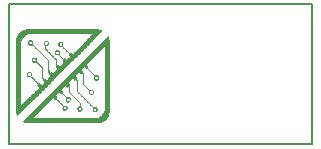
<source format=gbo>
G04 MADE WITH FRITZING*
G04 WWW.FRITZING.ORG*
G04 DOUBLE SIDED*
G04 HOLES PLATED*
G04 CONTOUR ON CENTER OF CONTOUR VECTOR*
%ASAXBY*%
%FSLAX23Y23*%
%MOIN*%
%OFA0B0*%
%SFA1.0B1.0*%
%ADD10R,1.019510X0.473676X1.003510X0.457676*%
%ADD11C,0.008000*%
%LNSILK0*%
G90*
G70*
G54D11*
X4Y470D02*
X1016Y470D01*
X1016Y4D01*
X4Y4D01*
X4Y470D01*
D02*
G36*
X306Y387D02*
X306Y385D01*
X313Y385D01*
X313Y384D01*
X316Y384D01*
X316Y383D01*
X318Y383D01*
X318Y381D01*
X316Y381D01*
X316Y380D01*
X315Y380D01*
X315Y378D01*
X313Y378D01*
X313Y377D01*
X312Y377D01*
X312Y375D01*
X311Y375D01*
X311Y374D01*
X309Y374D01*
X309Y372D01*
X308Y372D01*
X308Y371D01*
X75Y371D01*
X75Y370D01*
X68Y370D01*
X68Y368D01*
X65Y368D01*
X65Y367D01*
X62Y367D01*
X62Y365D01*
X59Y365D01*
X59Y364D01*
X58Y364D01*
X58Y362D01*
X56Y362D01*
X56Y361D01*
X55Y361D01*
X55Y359D01*
X53Y359D01*
X53Y358D01*
X52Y358D01*
X52Y357D01*
X51Y357D01*
X51Y354D01*
X49Y354D01*
X49Y352D01*
X48Y352D01*
X48Y349D01*
X46Y349D01*
X46Y345D01*
X45Y345D01*
X45Y133D01*
X29Y133D01*
X29Y358D01*
X30Y358D01*
X30Y362D01*
X32Y362D01*
X32Y365D01*
X33Y365D01*
X33Y368D01*
X35Y368D01*
X35Y370D01*
X36Y370D01*
X36Y372D01*
X38Y372D01*
X38Y374D01*
X39Y374D01*
X39Y375D01*
X40Y375D01*
X40Y377D01*
X42Y377D01*
X42Y378D01*
X45Y378D01*
X45Y380D01*
X46Y380D01*
X46Y381D01*
X49Y381D01*
X49Y383D01*
X52Y383D01*
X52Y384D01*
X56Y384D01*
X56Y385D01*
X62Y385D01*
X62Y387D01*
X306Y387D01*
G37*
D02*
G36*
X306Y371D02*
X306Y370D01*
X305Y370D01*
X305Y368D01*
X303Y368D01*
X303Y367D01*
X302Y367D01*
X302Y365D01*
X300Y365D01*
X300Y364D01*
X299Y364D01*
X299Y362D01*
X298Y362D01*
X298Y361D01*
X296Y361D01*
X296Y359D01*
X295Y359D01*
X295Y358D01*
X293Y358D01*
X293Y357D01*
X292Y357D01*
X292Y355D01*
X290Y355D01*
X290Y354D01*
X289Y354D01*
X289Y352D01*
X287Y352D01*
X287Y351D01*
X286Y351D01*
X286Y349D01*
X285Y349D01*
X285Y348D01*
X283Y348D01*
X283Y346D01*
X282Y346D01*
X282Y345D01*
X280Y345D01*
X280Y344D01*
X279Y344D01*
X279Y342D01*
X277Y342D01*
X277Y341D01*
X276Y341D01*
X276Y339D01*
X274Y339D01*
X274Y338D01*
X273Y338D01*
X273Y336D01*
X272Y336D01*
X272Y335D01*
X270Y335D01*
X270Y333D01*
X269Y333D01*
X269Y332D01*
X267Y332D01*
X267Y331D01*
X266Y331D01*
X266Y329D01*
X264Y329D01*
X264Y328D01*
X263Y328D01*
X263Y326D01*
X261Y326D01*
X261Y325D01*
X260Y325D01*
X260Y323D01*
X259Y323D01*
X259Y322D01*
X257Y322D01*
X257Y320D01*
X256Y320D01*
X256Y319D01*
X254Y319D01*
X254Y318D01*
X253Y318D01*
X253Y316D01*
X251Y316D01*
X251Y315D01*
X250Y315D01*
X250Y313D01*
X248Y313D01*
X248Y312D01*
X247Y312D01*
X247Y310D01*
X246Y310D01*
X246Y309D01*
X244Y309D01*
X244Y307D01*
X243Y307D01*
X243Y306D01*
X241Y306D01*
X241Y305D01*
X218Y305D01*
X218Y306D01*
X220Y306D01*
X220Y307D01*
X221Y307D01*
X221Y309D01*
X222Y309D01*
X222Y310D01*
X224Y310D01*
X224Y312D01*
X225Y312D01*
X225Y313D01*
X227Y313D01*
X227Y315D01*
X228Y315D01*
X228Y316D01*
X230Y316D01*
X230Y318D01*
X231Y318D01*
X231Y319D01*
X233Y319D01*
X233Y320D01*
X234Y320D01*
X234Y322D01*
X235Y322D01*
X235Y323D01*
X237Y323D01*
X237Y325D01*
X238Y325D01*
X238Y326D01*
X240Y326D01*
X240Y328D01*
X241Y328D01*
X241Y329D01*
X243Y329D01*
X243Y331D01*
X244Y331D01*
X244Y332D01*
X246Y332D01*
X246Y333D01*
X247Y333D01*
X247Y335D01*
X248Y335D01*
X248Y336D01*
X250Y336D01*
X250Y338D01*
X251Y338D01*
X251Y339D01*
X253Y339D01*
X253Y341D01*
X254Y341D01*
X254Y342D01*
X256Y342D01*
X256Y344D01*
X257Y344D01*
X257Y345D01*
X259Y345D01*
X259Y346D01*
X260Y346D01*
X260Y348D01*
X261Y348D01*
X261Y349D01*
X263Y349D01*
X263Y351D01*
X264Y351D01*
X264Y352D01*
X266Y352D01*
X266Y354D01*
X267Y354D01*
X267Y355D01*
X269Y355D01*
X269Y357D01*
X270Y357D01*
X270Y358D01*
X272Y358D01*
X272Y359D01*
X273Y359D01*
X273Y361D01*
X274Y361D01*
X274Y362D01*
X276Y362D01*
X276Y364D01*
X277Y364D01*
X277Y365D01*
X279Y365D01*
X279Y367D01*
X280Y367D01*
X280Y368D01*
X282Y368D01*
X282Y371D01*
X306Y371D01*
G37*
D02*
G36*
X81Y351D02*
X81Y349D01*
X82Y349D01*
X82Y348D01*
X84Y348D01*
X84Y346D01*
X74Y346D01*
X74Y344D01*
X72Y344D01*
X72Y341D01*
X74Y341D01*
X74Y338D01*
X69Y338D01*
X69Y339D01*
X68Y339D01*
X68Y345D01*
X69Y345D01*
X69Y348D01*
X71Y348D01*
X71Y349D01*
X72Y349D01*
X72Y351D01*
X81Y351D01*
G37*
D02*
G36*
X133Y349D02*
X133Y348D01*
X134Y348D01*
X134Y346D01*
X136Y346D01*
X136Y345D01*
X126Y345D01*
X126Y344D01*
X124Y344D01*
X124Y338D01*
X126Y338D01*
X126Y336D01*
X120Y336D01*
X120Y345D01*
X121Y345D01*
X121Y346D01*
X123Y346D01*
X123Y348D01*
X124Y348D01*
X124Y349D01*
X133Y349D01*
G37*
D02*
G36*
X181Y346D02*
X181Y345D01*
X183Y345D01*
X183Y344D01*
X185Y344D01*
X185Y342D01*
X175Y342D01*
X175Y341D01*
X173Y341D01*
X173Y335D01*
X175Y335D01*
X175Y333D01*
X169Y333D01*
X169Y336D01*
X168Y336D01*
X168Y339D01*
X169Y339D01*
X169Y342D01*
X170Y342D01*
X170Y344D01*
X172Y344D01*
X172Y345D01*
X173Y345D01*
X173Y346D01*
X181Y346D01*
G37*
D02*
G36*
X85Y346D02*
X85Y338D01*
X79Y338D01*
X79Y339D01*
X81Y339D01*
X81Y345D01*
X79Y345D01*
X79Y346D01*
X85Y346D01*
G37*
D02*
G36*
X137Y345D02*
X137Y336D01*
X131Y336D01*
X131Y338D01*
X133Y338D01*
X133Y344D01*
X130Y344D01*
X130Y345D01*
X137Y345D01*
G37*
D02*
G36*
X185Y342D02*
X185Y341D01*
X186Y341D01*
X186Y335D01*
X185Y335D01*
X185Y333D01*
X181Y333D01*
X181Y336D01*
X182Y336D01*
X182Y339D01*
X181Y339D01*
X181Y341D01*
X179Y341D01*
X179Y342D01*
X185Y342D01*
G37*
D02*
G36*
X85Y338D02*
X85Y336D01*
X69Y336D01*
X69Y338D01*
X85Y338D01*
G37*
D02*
G36*
X85Y338D02*
X85Y336D01*
X69Y336D01*
X69Y338D01*
X85Y338D01*
G37*
D02*
G36*
X136Y336D02*
X136Y335D01*
X121Y335D01*
X121Y336D01*
X136Y336D01*
G37*
D02*
G36*
X136Y336D02*
X136Y335D01*
X121Y335D01*
X121Y336D01*
X136Y336D01*
G37*
D02*
G36*
X85Y336D02*
X85Y335D01*
X87Y335D01*
X87Y333D01*
X88Y333D01*
X88Y332D01*
X90Y332D01*
X90Y331D01*
X91Y331D01*
X91Y329D01*
X92Y329D01*
X92Y328D01*
X94Y328D01*
X94Y326D01*
X95Y326D01*
X95Y325D01*
X97Y325D01*
X97Y323D01*
X98Y323D01*
X98Y322D01*
X100Y322D01*
X100Y320D01*
X101Y320D01*
X101Y319D01*
X103Y319D01*
X103Y318D01*
X104Y318D01*
X104Y316D01*
X105Y316D01*
X105Y315D01*
X107Y315D01*
X107Y313D01*
X108Y313D01*
X108Y312D01*
X110Y312D01*
X110Y310D01*
X111Y310D01*
X111Y309D01*
X113Y309D01*
X113Y307D01*
X114Y307D01*
X114Y306D01*
X116Y306D01*
X116Y305D01*
X117Y305D01*
X117Y303D01*
X118Y303D01*
X118Y302D01*
X120Y302D01*
X120Y300D01*
X121Y300D01*
X121Y299D01*
X123Y299D01*
X123Y297D01*
X124Y297D01*
X124Y296D01*
X126Y296D01*
X126Y294D01*
X127Y294D01*
X127Y293D01*
X129Y293D01*
X129Y292D01*
X130Y292D01*
X130Y290D01*
X131Y290D01*
X131Y289D01*
X133Y289D01*
X133Y287D01*
X134Y287D01*
X134Y286D01*
X136Y286D01*
X136Y284D01*
X137Y284D01*
X137Y283D01*
X139Y283D01*
X139Y250D01*
X140Y250D01*
X140Y242D01*
X136Y242D01*
X136Y281D01*
X134Y281D01*
X134Y283D01*
X133Y283D01*
X133Y284D01*
X131Y284D01*
X131Y286D01*
X130Y286D01*
X130Y287D01*
X129Y287D01*
X129Y289D01*
X127Y289D01*
X127Y290D01*
X126Y290D01*
X126Y292D01*
X124Y292D01*
X124Y293D01*
X123Y293D01*
X123Y294D01*
X121Y294D01*
X121Y296D01*
X120Y296D01*
X120Y297D01*
X118Y297D01*
X118Y299D01*
X117Y299D01*
X117Y300D01*
X116Y300D01*
X116Y302D01*
X114Y302D01*
X114Y303D01*
X113Y303D01*
X113Y305D01*
X111Y305D01*
X111Y306D01*
X110Y306D01*
X110Y307D01*
X108Y307D01*
X108Y309D01*
X107Y309D01*
X107Y310D01*
X105Y310D01*
X105Y312D01*
X104Y312D01*
X104Y313D01*
X103Y313D01*
X103Y315D01*
X101Y315D01*
X101Y316D01*
X100Y316D01*
X100Y318D01*
X98Y318D01*
X98Y319D01*
X97Y319D01*
X97Y320D01*
X95Y320D01*
X95Y322D01*
X94Y322D01*
X94Y323D01*
X92Y323D01*
X92Y325D01*
X91Y325D01*
X91Y326D01*
X90Y326D01*
X90Y328D01*
X88Y328D01*
X88Y329D01*
X87Y329D01*
X87Y331D01*
X85Y331D01*
X85Y332D01*
X84Y332D01*
X84Y333D01*
X72Y333D01*
X72Y335D01*
X71Y335D01*
X71Y336D01*
X85Y336D01*
G37*
D02*
G36*
X134Y335D02*
X134Y333D01*
X133Y333D01*
X133Y332D01*
X129Y332D01*
X129Y320D01*
X130Y320D01*
X130Y319D01*
X131Y319D01*
X131Y318D01*
X133Y318D01*
X133Y316D01*
X134Y316D01*
X134Y315D01*
X136Y315D01*
X136Y313D01*
X137Y313D01*
X137Y312D01*
X139Y312D01*
X139Y310D01*
X140Y310D01*
X140Y309D01*
X142Y309D01*
X142Y307D01*
X143Y307D01*
X143Y306D01*
X144Y306D01*
X144Y305D01*
X146Y305D01*
X146Y303D01*
X147Y303D01*
X147Y302D01*
X149Y302D01*
X149Y300D01*
X150Y300D01*
X150Y299D01*
X152Y299D01*
X152Y297D01*
X153Y297D01*
X153Y296D01*
X155Y296D01*
X155Y294D01*
X156Y294D01*
X156Y293D01*
X157Y293D01*
X157Y292D01*
X159Y292D01*
X159Y290D01*
X160Y290D01*
X160Y289D01*
X162Y289D01*
X162Y287D01*
X163Y287D01*
X163Y266D01*
X160Y266D01*
X160Y284D01*
X159Y284D01*
X159Y286D01*
X157Y286D01*
X157Y287D01*
X156Y287D01*
X156Y289D01*
X155Y289D01*
X155Y290D01*
X153Y290D01*
X153Y292D01*
X152Y292D01*
X152Y293D01*
X150Y293D01*
X150Y294D01*
X149Y294D01*
X149Y296D01*
X147Y296D01*
X147Y297D01*
X146Y297D01*
X146Y299D01*
X144Y299D01*
X144Y300D01*
X143Y300D01*
X143Y302D01*
X142Y302D01*
X142Y303D01*
X140Y303D01*
X140Y305D01*
X139Y305D01*
X139Y306D01*
X137Y306D01*
X137Y307D01*
X136Y307D01*
X136Y309D01*
X134Y309D01*
X134Y310D01*
X133Y310D01*
X133Y312D01*
X131Y312D01*
X131Y313D01*
X130Y313D01*
X130Y315D01*
X129Y315D01*
X129Y316D01*
X127Y316D01*
X127Y318D01*
X126Y318D01*
X126Y332D01*
X124Y332D01*
X124Y333D01*
X123Y333D01*
X123Y335D01*
X134Y335D01*
G37*
D02*
G36*
X185Y333D02*
X185Y332D01*
X169Y332D01*
X169Y333D01*
X185Y333D01*
G37*
D02*
G36*
X185Y333D02*
X185Y332D01*
X169Y332D01*
X169Y333D01*
X185Y333D01*
G37*
D02*
G36*
X185Y332D02*
X185Y329D01*
X178Y329D01*
X178Y328D01*
X176Y328D01*
X176Y329D01*
X172Y329D01*
X172Y331D01*
X170Y331D01*
X170Y332D01*
X185Y332D01*
G37*
D02*
G36*
X186Y329D02*
X186Y328D01*
X188Y328D01*
X188Y326D01*
X189Y326D01*
X189Y325D01*
X191Y325D01*
X191Y323D01*
X192Y323D01*
X192Y322D01*
X194Y322D01*
X194Y320D01*
X195Y320D01*
X195Y319D01*
X196Y319D01*
X196Y318D01*
X198Y318D01*
X198Y316D01*
X199Y316D01*
X199Y315D01*
X201Y315D01*
X201Y313D01*
X202Y313D01*
X202Y312D01*
X204Y312D01*
X204Y310D01*
X205Y310D01*
X205Y309D01*
X207Y309D01*
X207Y307D01*
X202Y307D01*
X202Y309D01*
X201Y309D01*
X201Y310D01*
X199Y310D01*
X199Y312D01*
X198Y312D01*
X198Y313D01*
X196Y313D01*
X196Y315D01*
X195Y315D01*
X195Y316D01*
X194Y316D01*
X194Y318D01*
X192Y318D01*
X192Y319D01*
X191Y319D01*
X191Y320D01*
X189Y320D01*
X189Y322D01*
X188Y322D01*
X188Y323D01*
X186Y323D01*
X186Y325D01*
X185Y325D01*
X185Y326D01*
X183Y326D01*
X183Y328D01*
X182Y328D01*
X182Y329D01*
X186Y329D01*
G37*
D02*
G36*
X170Y318D02*
X170Y316D01*
X172Y316D01*
X172Y315D01*
X173Y315D01*
X173Y313D01*
X163Y313D01*
X163Y312D01*
X162Y312D01*
X162Y306D01*
X163Y306D01*
X163Y305D01*
X157Y305D01*
X157Y313D01*
X159Y313D01*
X159Y315D01*
X160Y315D01*
X160Y316D01*
X162Y316D01*
X162Y318D01*
X170Y318D01*
G37*
D02*
G36*
X175Y313D02*
X175Y305D01*
X169Y305D01*
X169Y306D01*
X170Y306D01*
X170Y312D01*
X169Y312D01*
X169Y313D01*
X175Y313D01*
G37*
D02*
G36*
X212Y309D02*
X212Y307D01*
X209Y307D01*
X209Y309D01*
X212Y309D01*
G37*
D02*
G36*
X214Y307D02*
X214Y306D01*
X204Y306D01*
X204Y307D01*
X214Y307D01*
G37*
D02*
G36*
X214Y307D02*
X214Y306D01*
X204Y306D01*
X204Y307D01*
X214Y307D01*
G37*
D02*
G36*
X215Y306D02*
X215Y305D01*
X205Y305D01*
X205Y306D01*
X215Y306D01*
G37*
D02*
G36*
X240Y305D02*
X240Y303D01*
X205Y303D01*
X205Y305D01*
X240Y305D01*
G37*
D02*
G36*
X240Y305D02*
X240Y303D01*
X205Y303D01*
X205Y305D01*
X240Y305D01*
G37*
D02*
G36*
X173Y305D02*
X173Y303D01*
X159Y303D01*
X159Y305D01*
X173Y305D01*
G37*
D02*
G36*
X173Y305D02*
X173Y303D01*
X159Y303D01*
X159Y305D01*
X173Y305D01*
G37*
D02*
G36*
X238Y303D02*
X238Y302D01*
X237Y302D01*
X237Y300D01*
X235Y300D01*
X235Y299D01*
X234Y299D01*
X234Y297D01*
X233Y297D01*
X233Y296D01*
X231Y296D01*
X231Y294D01*
X230Y294D01*
X230Y293D01*
X228Y293D01*
X228Y292D01*
X227Y292D01*
X227Y290D01*
X225Y290D01*
X225Y289D01*
X224Y289D01*
X224Y287D01*
X222Y287D01*
X222Y286D01*
X221Y286D01*
X221Y284D01*
X198Y284D01*
X198Y286D01*
X199Y286D01*
X199Y287D01*
X201Y287D01*
X201Y289D01*
X202Y289D01*
X202Y290D01*
X204Y290D01*
X204Y292D01*
X205Y292D01*
X205Y293D01*
X207Y293D01*
X207Y297D01*
X205Y297D01*
X205Y299D01*
X204Y299D01*
X204Y300D01*
X202Y300D01*
X202Y302D01*
X204Y302D01*
X204Y303D01*
X238Y303D01*
G37*
D02*
G36*
X173Y303D02*
X173Y302D01*
X175Y302D01*
X175Y300D01*
X176Y300D01*
X176Y299D01*
X178Y299D01*
X178Y297D01*
X179Y297D01*
X179Y296D01*
X181Y296D01*
X181Y294D01*
X182Y294D01*
X182Y293D01*
X183Y293D01*
X183Y292D01*
X185Y292D01*
X185Y290D01*
X186Y290D01*
X186Y289D01*
X182Y289D01*
X182Y290D01*
X181Y290D01*
X181Y292D01*
X179Y292D01*
X179Y293D01*
X178Y293D01*
X178Y294D01*
X176Y294D01*
X176Y296D01*
X175Y296D01*
X175Y297D01*
X173Y297D01*
X173Y299D01*
X172Y299D01*
X172Y300D01*
X162Y300D01*
X162Y302D01*
X160Y302D01*
X160Y303D01*
X173Y303D01*
G37*
D02*
G36*
X94Y293D02*
X94Y292D01*
X95Y292D01*
X95Y290D01*
X97Y290D01*
X97Y289D01*
X87Y289D01*
X87Y287D01*
X85Y287D01*
X85Y281D01*
X87Y281D01*
X87Y280D01*
X81Y280D01*
X81Y289D01*
X82Y289D01*
X82Y290D01*
X84Y290D01*
X84Y292D01*
X85Y292D01*
X85Y293D01*
X94Y293D01*
G37*
D02*
G36*
X191Y290D02*
X191Y289D01*
X189Y289D01*
X189Y290D01*
X191Y290D01*
G37*
D02*
G36*
X192Y289D02*
X192Y287D01*
X183Y287D01*
X183Y289D01*
X192Y289D01*
G37*
D02*
G36*
X192Y289D02*
X192Y287D01*
X183Y287D01*
X183Y289D01*
X192Y289D01*
G37*
D02*
G36*
X97Y289D02*
X97Y287D01*
X98Y287D01*
X98Y280D01*
X92Y280D01*
X92Y283D01*
X94Y283D01*
X94Y286D01*
X92Y286D01*
X92Y287D01*
X91Y287D01*
X91Y289D01*
X97Y289D01*
G37*
D02*
G36*
X194Y287D02*
X194Y286D01*
X195Y286D01*
X195Y284D01*
X185Y284D01*
X185Y287D01*
X194Y287D01*
G37*
D02*
G36*
X220Y284D02*
X220Y283D01*
X183Y283D01*
X183Y284D01*
X220Y284D01*
G37*
D02*
G36*
X220Y284D02*
X220Y283D01*
X183Y283D01*
X183Y284D01*
X220Y284D01*
G37*
D02*
G36*
X218Y283D02*
X218Y281D01*
X217Y281D01*
X217Y280D01*
X215Y280D01*
X215Y279D01*
X214Y279D01*
X214Y277D01*
X212Y277D01*
X212Y276D01*
X211Y276D01*
X211Y274D01*
X209Y274D01*
X209Y273D01*
X208Y273D01*
X208Y271D01*
X207Y271D01*
X207Y270D01*
X205Y270D01*
X205Y268D01*
X204Y268D01*
X204Y267D01*
X202Y267D01*
X202Y266D01*
X201Y266D01*
X201Y264D01*
X199Y264D01*
X199Y263D01*
X176Y263D01*
X176Y264D01*
X178Y264D01*
X178Y266D01*
X179Y266D01*
X179Y267D01*
X181Y267D01*
X181Y268D01*
X182Y268D01*
X182Y270D01*
X183Y270D01*
X183Y271D01*
X185Y271D01*
X185Y273D01*
X186Y273D01*
X186Y274D01*
X188Y274D01*
X188Y276D01*
X186Y276D01*
X186Y277D01*
X185Y277D01*
X185Y279D01*
X183Y279D01*
X183Y280D01*
X182Y280D01*
X182Y283D01*
X218Y283D01*
G37*
D02*
G36*
X97Y280D02*
X97Y279D01*
X82Y279D01*
X82Y280D01*
X97Y280D01*
G37*
D02*
G36*
X97Y280D02*
X97Y279D01*
X82Y279D01*
X82Y280D01*
X97Y280D01*
G37*
D02*
G36*
X98Y279D02*
X98Y277D01*
X100Y277D01*
X100Y276D01*
X101Y276D01*
X101Y274D01*
X103Y274D01*
X103Y273D01*
X104Y273D01*
X104Y271D01*
X105Y271D01*
X105Y270D01*
X107Y270D01*
X107Y268D01*
X108Y268D01*
X108Y267D01*
X110Y267D01*
X110Y266D01*
X111Y266D01*
X111Y264D01*
X113Y264D01*
X113Y263D01*
X114Y263D01*
X114Y261D01*
X116Y261D01*
X116Y260D01*
X117Y260D01*
X117Y258D01*
X118Y258D01*
X118Y224D01*
X120Y224D01*
X120Y222D01*
X116Y222D01*
X116Y255D01*
X114Y255D01*
X114Y257D01*
X113Y257D01*
X113Y258D01*
X111Y258D01*
X111Y260D01*
X110Y260D01*
X110Y261D01*
X108Y261D01*
X108Y263D01*
X107Y263D01*
X107Y264D01*
X105Y264D01*
X105Y266D01*
X104Y266D01*
X104Y267D01*
X103Y267D01*
X103Y268D01*
X101Y268D01*
X101Y270D01*
X100Y270D01*
X100Y271D01*
X98Y271D01*
X98Y273D01*
X97Y273D01*
X97Y274D01*
X95Y274D01*
X95Y276D01*
X85Y276D01*
X85Y277D01*
X82Y277D01*
X82Y279D01*
X98Y279D01*
G37*
D02*
G36*
X169Y268D02*
X169Y267D01*
X170Y267D01*
X170Y266D01*
X166Y266D01*
X166Y267D01*
X168Y267D01*
X168Y268D01*
X169Y268D01*
G37*
D02*
G36*
X172Y266D02*
X172Y264D01*
X160Y264D01*
X160Y266D01*
X172Y266D01*
G37*
D02*
G36*
X172Y266D02*
X172Y264D01*
X160Y264D01*
X160Y266D01*
X172Y266D01*
G37*
D02*
G36*
X173Y264D02*
X173Y263D01*
X160Y263D01*
X160Y264D01*
X173Y264D01*
G37*
D02*
G36*
X198Y263D02*
X198Y261D01*
X162Y261D01*
X162Y263D01*
X198Y263D01*
G37*
D02*
G36*
X198Y263D02*
X198Y261D01*
X162Y261D01*
X162Y263D01*
X198Y263D01*
G37*
D02*
G36*
X196Y261D02*
X196Y260D01*
X195Y260D01*
X195Y258D01*
X194Y258D01*
X194Y257D01*
X192Y257D01*
X192Y255D01*
X191Y255D01*
X191Y254D01*
X189Y254D01*
X189Y253D01*
X188Y253D01*
X188Y251D01*
X186Y251D01*
X186Y250D01*
X185Y250D01*
X185Y248D01*
X183Y248D01*
X183Y247D01*
X182Y247D01*
X182Y245D01*
X181Y245D01*
X181Y244D01*
X179Y244D01*
X179Y242D01*
X178Y242D01*
X178Y241D01*
X176Y241D01*
X176Y240D01*
X153Y240D01*
X153Y241D01*
X155Y241D01*
X155Y242D01*
X156Y242D01*
X156Y244D01*
X157Y244D01*
X157Y245D01*
X159Y245D01*
X159Y247D01*
X160Y247D01*
X160Y248D01*
X162Y248D01*
X162Y250D01*
X163Y250D01*
X163Y251D01*
X165Y251D01*
X165Y255D01*
X163Y255D01*
X163Y257D01*
X162Y257D01*
X162Y258D01*
X160Y258D01*
X160Y261D01*
X196Y261D01*
G37*
D02*
G36*
X146Y245D02*
X146Y244D01*
X147Y244D01*
X147Y242D01*
X143Y242D01*
X143Y244D01*
X144Y244D01*
X144Y245D01*
X146Y245D01*
G37*
D02*
G36*
X75Y245D02*
X75Y244D01*
X78Y244D01*
X78Y242D01*
X79Y242D01*
X79Y241D01*
X81Y241D01*
X81Y240D01*
X69Y240D01*
X69Y232D01*
X65Y232D01*
X65Y234D01*
X64Y234D01*
X64Y238D01*
X65Y238D01*
X65Y241D01*
X66Y241D01*
X66Y242D01*
X68Y242D01*
X68Y244D01*
X71Y244D01*
X71Y245D01*
X75Y245D01*
G37*
D02*
G36*
X149Y242D02*
X149Y241D01*
X137Y241D01*
X137Y242D01*
X149Y242D01*
G37*
D02*
G36*
X149Y242D02*
X149Y241D01*
X137Y241D01*
X137Y242D01*
X149Y242D01*
G37*
D02*
G36*
X150Y241D02*
X150Y240D01*
X139Y240D01*
X139Y241D01*
X150Y241D01*
G37*
D02*
G36*
X175Y240D02*
X175Y238D01*
X139Y238D01*
X139Y240D01*
X175Y240D01*
G37*
D02*
G36*
X175Y240D02*
X175Y238D01*
X139Y238D01*
X139Y240D01*
X175Y240D01*
G37*
D02*
G36*
X81Y240D02*
X81Y238D01*
X82Y238D01*
X82Y234D01*
X81Y234D01*
X81Y232D01*
X77Y232D01*
X77Y240D01*
X81Y240D01*
G37*
D02*
G36*
X173Y238D02*
X173Y237D01*
X172Y237D01*
X172Y235D01*
X170Y235D01*
X170Y234D01*
X169Y234D01*
X169Y232D01*
X168Y232D01*
X168Y231D01*
X166Y231D01*
X166Y229D01*
X165Y229D01*
X165Y228D01*
X163Y228D01*
X163Y227D01*
X162Y227D01*
X162Y225D01*
X160Y225D01*
X160Y224D01*
X159Y224D01*
X159Y222D01*
X157Y222D01*
X157Y221D01*
X156Y221D01*
X156Y219D01*
X133Y219D01*
X133Y221D01*
X134Y221D01*
X134Y222D01*
X136Y222D01*
X136Y224D01*
X137Y224D01*
X137Y225D01*
X139Y225D01*
X139Y227D01*
X140Y227D01*
X140Y228D01*
X142Y228D01*
X142Y232D01*
X140Y232D01*
X140Y234D01*
X139Y234D01*
X139Y235D01*
X137Y235D01*
X137Y238D01*
X173Y238D01*
G37*
D02*
G36*
X81Y232D02*
X81Y231D01*
X65Y231D01*
X65Y232D01*
X81Y232D01*
G37*
D02*
G36*
X81Y232D02*
X81Y231D01*
X65Y231D01*
X65Y232D01*
X81Y232D01*
G37*
D02*
G36*
X79Y231D02*
X79Y229D01*
X81Y229D01*
X81Y228D01*
X75Y228D01*
X75Y227D01*
X71Y227D01*
X71Y228D01*
X68Y228D01*
X68Y229D01*
X66Y229D01*
X66Y231D01*
X79Y231D01*
G37*
D02*
G36*
X82Y228D02*
X82Y227D01*
X84Y227D01*
X84Y225D01*
X85Y225D01*
X85Y224D01*
X87Y224D01*
X87Y222D01*
X88Y222D01*
X88Y221D01*
X90Y221D01*
X90Y219D01*
X91Y219D01*
X91Y218D01*
X92Y218D01*
X92Y216D01*
X94Y216D01*
X94Y215D01*
X95Y215D01*
X95Y214D01*
X97Y214D01*
X97Y212D01*
X98Y212D01*
X98Y211D01*
X100Y211D01*
X100Y209D01*
X101Y209D01*
X101Y208D01*
X103Y208D01*
X103Y206D01*
X97Y206D01*
X97Y208D01*
X95Y208D01*
X95Y209D01*
X94Y209D01*
X94Y211D01*
X92Y211D01*
X92Y212D01*
X91Y212D01*
X91Y214D01*
X90Y214D01*
X90Y215D01*
X88Y215D01*
X88Y216D01*
X87Y216D01*
X87Y218D01*
X85Y218D01*
X85Y219D01*
X84Y219D01*
X84Y221D01*
X82Y221D01*
X82Y222D01*
X81Y222D01*
X81Y224D01*
X79Y224D01*
X79Y225D01*
X78Y225D01*
X78Y227D01*
X77Y227D01*
X77Y228D01*
X82Y228D01*
G37*
D02*
G36*
X126Y224D02*
X126Y222D01*
X123Y222D01*
X123Y224D01*
X126Y224D01*
G37*
D02*
G36*
X127Y222D02*
X127Y221D01*
X117Y221D01*
X117Y222D01*
X127Y222D01*
G37*
D02*
G36*
X127Y222D02*
X127Y221D01*
X117Y221D01*
X117Y222D01*
X127Y222D01*
G37*
D02*
G36*
X129Y221D02*
X129Y219D01*
X118Y219D01*
X118Y221D01*
X129Y221D01*
G37*
D02*
G36*
X155Y219D02*
X155Y218D01*
X118Y218D01*
X118Y219D01*
X155Y219D01*
G37*
D02*
G36*
X155Y219D02*
X155Y218D01*
X118Y218D01*
X118Y219D01*
X155Y219D01*
G37*
D02*
G36*
X153Y218D02*
X153Y216D01*
X152Y216D01*
X152Y215D01*
X150Y215D01*
X150Y214D01*
X149Y214D01*
X149Y212D01*
X147Y212D01*
X147Y211D01*
X146Y211D01*
X146Y209D01*
X144Y209D01*
X144Y208D01*
X143Y208D01*
X143Y206D01*
X142Y206D01*
X142Y205D01*
X140Y205D01*
X140Y203D01*
X139Y203D01*
X139Y202D01*
X116Y202D01*
X116Y203D01*
X117Y203D01*
X117Y205D01*
X118Y205D01*
X118Y206D01*
X120Y206D01*
X120Y208D01*
X121Y208D01*
X121Y212D01*
X120Y212D01*
X120Y214D01*
X118Y214D01*
X118Y215D01*
X117Y215D01*
X117Y218D01*
X153Y218D01*
G37*
D02*
G36*
X107Y208D02*
X107Y206D01*
X105Y206D01*
X105Y208D01*
X107Y208D01*
G37*
D02*
G36*
X108Y206D02*
X108Y205D01*
X98Y205D01*
X98Y206D01*
X108Y206D01*
G37*
D02*
G36*
X108Y206D02*
X108Y205D01*
X98Y205D01*
X98Y206D01*
X108Y206D01*
G37*
D02*
G36*
X110Y205D02*
X110Y203D01*
X111Y203D01*
X111Y202D01*
X101Y202D01*
X101Y203D01*
X100Y203D01*
X100Y205D01*
X110Y205D01*
G37*
D02*
G36*
X137Y202D02*
X137Y201D01*
X100Y201D01*
X100Y202D01*
X137Y202D01*
G37*
D02*
G36*
X137Y202D02*
X137Y201D01*
X100Y201D01*
X100Y202D01*
X137Y202D01*
G37*
D02*
G36*
X136Y201D02*
X136Y199D01*
X134Y199D01*
X134Y198D01*
X133Y198D01*
X133Y196D01*
X131Y196D01*
X131Y195D01*
X130Y195D01*
X130Y193D01*
X129Y193D01*
X129Y192D01*
X127Y192D01*
X127Y190D01*
X126Y190D01*
X126Y189D01*
X124Y189D01*
X124Y188D01*
X123Y188D01*
X123Y186D01*
X121Y186D01*
X121Y185D01*
X120Y185D01*
X120Y183D01*
X118Y183D01*
X118Y182D01*
X117Y182D01*
X117Y180D01*
X116Y180D01*
X116Y179D01*
X114Y179D01*
X114Y177D01*
X113Y177D01*
X113Y176D01*
X111Y176D01*
X111Y175D01*
X110Y175D01*
X110Y173D01*
X108Y173D01*
X108Y172D01*
X107Y172D01*
X107Y170D01*
X105Y170D01*
X105Y169D01*
X104Y169D01*
X104Y167D01*
X103Y167D01*
X103Y166D01*
X101Y166D01*
X101Y164D01*
X100Y164D01*
X100Y163D01*
X98Y163D01*
X98Y162D01*
X97Y162D01*
X97Y160D01*
X95Y160D01*
X95Y159D01*
X94Y159D01*
X94Y157D01*
X92Y157D01*
X92Y156D01*
X91Y156D01*
X91Y154D01*
X90Y154D01*
X90Y153D01*
X88Y153D01*
X88Y151D01*
X87Y151D01*
X87Y150D01*
X85Y150D01*
X85Y149D01*
X84Y149D01*
X84Y147D01*
X82Y147D01*
X82Y146D01*
X81Y146D01*
X81Y144D01*
X79Y144D01*
X79Y143D01*
X78Y143D01*
X78Y141D01*
X77Y141D01*
X77Y140D01*
X75Y140D01*
X75Y138D01*
X74Y138D01*
X74Y137D01*
X72Y137D01*
X72Y136D01*
X71Y136D01*
X71Y134D01*
X69Y134D01*
X69Y133D01*
X46Y133D01*
X46Y134D01*
X48Y134D01*
X48Y136D01*
X49Y136D01*
X49Y137D01*
X51Y137D01*
X51Y138D01*
X52Y138D01*
X52Y140D01*
X53Y140D01*
X53Y141D01*
X55Y141D01*
X55Y143D01*
X56Y143D01*
X56Y144D01*
X58Y144D01*
X58Y146D01*
X59Y146D01*
X59Y147D01*
X61Y147D01*
X61Y149D01*
X62Y149D01*
X62Y150D01*
X64Y150D01*
X64Y151D01*
X65Y151D01*
X65Y153D01*
X66Y153D01*
X66Y154D01*
X68Y154D01*
X68Y156D01*
X69Y156D01*
X69Y157D01*
X71Y157D01*
X71Y159D01*
X72Y159D01*
X72Y160D01*
X74Y160D01*
X74Y162D01*
X75Y162D01*
X75Y163D01*
X77Y163D01*
X77Y164D01*
X78Y164D01*
X78Y166D01*
X79Y166D01*
X79Y167D01*
X81Y167D01*
X81Y169D01*
X82Y169D01*
X82Y170D01*
X84Y170D01*
X84Y172D01*
X85Y172D01*
X85Y173D01*
X87Y173D01*
X87Y175D01*
X88Y175D01*
X88Y176D01*
X90Y176D01*
X90Y177D01*
X91Y177D01*
X91Y179D01*
X92Y179D01*
X92Y180D01*
X94Y180D01*
X94Y182D01*
X95Y182D01*
X95Y183D01*
X97Y183D01*
X97Y185D01*
X98Y185D01*
X98Y186D01*
X100Y186D01*
X100Y188D01*
X101Y188D01*
X101Y189D01*
X103Y189D01*
X103Y190D01*
X104Y190D01*
X104Y193D01*
X103Y193D01*
X103Y195D01*
X101Y195D01*
X101Y196D01*
X100Y196D01*
X100Y198D01*
X98Y198D01*
X98Y201D01*
X136Y201D01*
G37*
D02*
G36*
X68Y133D02*
X68Y131D01*
X29Y131D01*
X29Y133D01*
X68Y133D01*
G37*
D02*
G36*
X68Y133D02*
X68Y131D01*
X29Y131D01*
X29Y133D01*
X68Y133D01*
G37*
D02*
G36*
X66Y131D02*
X66Y130D01*
X65Y130D01*
X65Y128D01*
X64Y128D01*
X64Y127D01*
X62Y127D01*
X62Y125D01*
X61Y125D01*
X61Y124D01*
X59Y124D01*
X59Y123D01*
X58Y123D01*
X58Y121D01*
X56Y121D01*
X56Y120D01*
X55Y120D01*
X55Y118D01*
X53Y118D01*
X53Y117D01*
X52Y117D01*
X52Y115D01*
X51Y115D01*
X51Y114D01*
X49Y114D01*
X49Y112D01*
X48Y112D01*
X48Y111D01*
X46Y111D01*
X46Y110D01*
X45Y110D01*
X45Y108D01*
X43Y108D01*
X43Y107D01*
X42Y107D01*
X42Y105D01*
X40Y105D01*
X40Y104D01*
X39Y104D01*
X39Y102D01*
X38Y102D01*
X38Y101D01*
X36Y101D01*
X36Y99D01*
X35Y99D01*
X35Y98D01*
X33Y98D01*
X33Y97D01*
X32Y97D01*
X32Y99D01*
X30Y99D01*
X30Y104D01*
X29Y104D01*
X29Y131D01*
X66Y131D01*
G37*
D02*
G36*
X337Y364D02*
X337Y362D01*
X338Y362D01*
X338Y359D01*
X339Y359D01*
X339Y352D01*
X341Y352D01*
X341Y328D01*
X322Y328D01*
X322Y326D01*
X321Y326D01*
X321Y325D01*
X319Y325D01*
X319Y323D01*
X318Y323D01*
X318Y322D01*
X316Y322D01*
X316Y320D01*
X315Y320D01*
X315Y319D01*
X313Y319D01*
X313Y318D01*
X312Y318D01*
X312Y316D01*
X311Y316D01*
X311Y315D01*
X309Y315D01*
X309Y313D01*
X308Y313D01*
X308Y312D01*
X306Y312D01*
X306Y310D01*
X305Y310D01*
X305Y309D01*
X303Y309D01*
X303Y307D01*
X302Y307D01*
X302Y306D01*
X300Y306D01*
X300Y305D01*
X299Y305D01*
X299Y303D01*
X298Y303D01*
X298Y302D01*
X296Y302D01*
X296Y300D01*
X295Y300D01*
X295Y299D01*
X293Y299D01*
X293Y297D01*
X292Y297D01*
X292Y296D01*
X290Y296D01*
X290Y294D01*
X289Y294D01*
X289Y293D01*
X287Y293D01*
X287Y292D01*
X286Y292D01*
X286Y290D01*
X285Y290D01*
X285Y289D01*
X283Y289D01*
X283Y287D01*
X282Y287D01*
X282Y286D01*
X280Y286D01*
X280Y284D01*
X279Y284D01*
X279Y283D01*
X277Y283D01*
X277Y281D01*
X276Y281D01*
X276Y280D01*
X274Y280D01*
X274Y279D01*
X273Y279D01*
X273Y277D01*
X272Y277D01*
X272Y276D01*
X270Y276D01*
X270Y274D01*
X269Y274D01*
X269Y273D01*
X267Y273D01*
X267Y271D01*
X266Y271D01*
X266Y270D01*
X264Y270D01*
X264Y267D01*
X266Y267D01*
X266Y266D01*
X267Y266D01*
X267Y264D01*
X269Y264D01*
X269Y263D01*
X270Y263D01*
X270Y260D01*
X254Y260D01*
X254Y258D01*
X253Y258D01*
X253Y257D01*
X251Y257D01*
X251Y255D01*
X250Y255D01*
X250Y254D01*
X248Y254D01*
X248Y253D01*
X247Y253D01*
X247Y250D01*
X248Y250D01*
X248Y248D01*
X250Y248D01*
X250Y247D01*
X251Y247D01*
X251Y245D01*
X253Y245D01*
X253Y244D01*
X251Y244D01*
X251Y242D01*
X237Y242D01*
X237Y241D01*
X235Y241D01*
X235Y240D01*
X234Y240D01*
X234Y238D01*
X233Y238D01*
X233Y237D01*
X231Y237D01*
X231Y235D01*
X230Y235D01*
X230Y234D01*
X228Y234D01*
X228Y232D01*
X227Y232D01*
X227Y229D01*
X228Y229D01*
X228Y228D01*
X230Y228D01*
X230Y227D01*
X231Y227D01*
X231Y225D01*
X233Y225D01*
X233Y224D01*
X231Y224D01*
X231Y222D01*
X217Y222D01*
X217Y221D01*
X215Y221D01*
X215Y219D01*
X214Y219D01*
X214Y218D01*
X212Y218D01*
X212Y216D01*
X211Y216D01*
X211Y215D01*
X209Y215D01*
X209Y214D01*
X208Y214D01*
X208Y212D01*
X207Y212D01*
X207Y211D01*
X205Y211D01*
X205Y209D01*
X204Y209D01*
X204Y206D01*
X205Y206D01*
X205Y205D01*
X207Y205D01*
X207Y203D01*
X208Y203D01*
X208Y202D01*
X209Y202D01*
X209Y201D01*
X208Y201D01*
X208Y199D01*
X194Y199D01*
X194Y198D01*
X192Y198D01*
X192Y196D01*
X191Y196D01*
X191Y195D01*
X189Y195D01*
X189Y193D01*
X188Y193D01*
X188Y192D01*
X186Y192D01*
X186Y190D01*
X185Y190D01*
X185Y189D01*
X183Y189D01*
X183Y188D01*
X182Y188D01*
X182Y183D01*
X183Y183D01*
X183Y182D01*
X185Y182D01*
X185Y180D01*
X186Y180D01*
X186Y177D01*
X185Y177D01*
X185Y176D01*
X170Y176D01*
X170Y175D01*
X169Y175D01*
X169Y173D01*
X168Y173D01*
X168Y172D01*
X166Y172D01*
X166Y170D01*
X165Y170D01*
X165Y169D01*
X163Y169D01*
X163Y167D01*
X162Y167D01*
X162Y164D01*
X163Y164D01*
X163Y163D01*
X165Y163D01*
X165Y162D01*
X166Y162D01*
X166Y159D01*
X165Y159D01*
X165Y157D01*
X152Y157D01*
X152Y156D01*
X150Y156D01*
X150Y154D01*
X149Y154D01*
X149Y153D01*
X147Y153D01*
X147Y151D01*
X146Y151D01*
X146Y150D01*
X144Y150D01*
X144Y149D01*
X143Y149D01*
X143Y147D01*
X142Y147D01*
X142Y146D01*
X140Y146D01*
X140Y144D01*
X139Y144D01*
X139Y143D01*
X137Y143D01*
X137Y141D01*
X136Y141D01*
X136Y140D01*
X134Y140D01*
X134Y138D01*
X133Y138D01*
X133Y137D01*
X131Y137D01*
X131Y136D01*
X130Y136D01*
X130Y134D01*
X129Y134D01*
X129Y133D01*
X127Y133D01*
X127Y131D01*
X126Y131D01*
X126Y130D01*
X124Y130D01*
X124Y128D01*
X123Y128D01*
X123Y127D01*
X121Y127D01*
X121Y125D01*
X120Y125D01*
X120Y124D01*
X118Y124D01*
X118Y123D01*
X117Y123D01*
X117Y121D01*
X116Y121D01*
X116Y120D01*
X114Y120D01*
X114Y118D01*
X113Y118D01*
X113Y117D01*
X111Y117D01*
X111Y115D01*
X110Y115D01*
X110Y114D01*
X108Y114D01*
X108Y112D01*
X107Y112D01*
X107Y111D01*
X105Y111D01*
X105Y110D01*
X104Y110D01*
X104Y108D01*
X103Y108D01*
X103Y107D01*
X101Y107D01*
X101Y105D01*
X100Y105D01*
X100Y104D01*
X98Y104D01*
X98Y102D01*
X97Y102D01*
X97Y101D01*
X95Y101D01*
X95Y99D01*
X94Y99D01*
X94Y98D01*
X92Y98D01*
X92Y97D01*
X91Y97D01*
X91Y95D01*
X90Y95D01*
X90Y94D01*
X88Y94D01*
X88Y92D01*
X87Y92D01*
X87Y91D01*
X64Y91D01*
X64Y92D01*
X65Y92D01*
X65Y94D01*
X66Y94D01*
X66Y95D01*
X68Y95D01*
X68Y97D01*
X69Y97D01*
X69Y98D01*
X71Y98D01*
X71Y99D01*
X72Y99D01*
X72Y101D01*
X74Y101D01*
X74Y102D01*
X75Y102D01*
X75Y104D01*
X77Y104D01*
X77Y105D01*
X78Y105D01*
X78Y107D01*
X79Y107D01*
X79Y108D01*
X81Y108D01*
X81Y110D01*
X82Y110D01*
X82Y111D01*
X84Y111D01*
X84Y112D01*
X85Y112D01*
X85Y114D01*
X87Y114D01*
X87Y115D01*
X88Y115D01*
X88Y117D01*
X90Y117D01*
X90Y118D01*
X91Y118D01*
X91Y120D01*
X92Y120D01*
X92Y121D01*
X94Y121D01*
X94Y123D01*
X95Y123D01*
X95Y124D01*
X97Y124D01*
X97Y125D01*
X98Y125D01*
X98Y127D01*
X100Y127D01*
X100Y128D01*
X101Y128D01*
X101Y130D01*
X103Y130D01*
X103Y131D01*
X104Y131D01*
X104Y133D01*
X105Y133D01*
X105Y134D01*
X107Y134D01*
X107Y136D01*
X108Y136D01*
X108Y137D01*
X110Y137D01*
X110Y138D01*
X111Y138D01*
X111Y140D01*
X113Y140D01*
X113Y141D01*
X114Y141D01*
X114Y143D01*
X116Y143D01*
X116Y144D01*
X117Y144D01*
X117Y146D01*
X118Y146D01*
X118Y147D01*
X120Y147D01*
X120Y149D01*
X121Y149D01*
X121Y150D01*
X123Y150D01*
X123Y151D01*
X124Y151D01*
X124Y153D01*
X126Y153D01*
X126Y154D01*
X127Y154D01*
X127Y156D01*
X129Y156D01*
X129Y157D01*
X130Y157D01*
X130Y159D01*
X131Y159D01*
X131Y160D01*
X133Y160D01*
X133Y162D01*
X134Y162D01*
X134Y163D01*
X136Y163D01*
X136Y164D01*
X137Y164D01*
X137Y166D01*
X139Y166D01*
X139Y167D01*
X140Y167D01*
X140Y169D01*
X142Y169D01*
X142Y170D01*
X143Y170D01*
X143Y172D01*
X144Y172D01*
X144Y173D01*
X146Y173D01*
X146Y175D01*
X147Y175D01*
X147Y176D01*
X149Y176D01*
X149Y177D01*
X150Y177D01*
X150Y179D01*
X152Y179D01*
X152Y180D01*
X153Y180D01*
X153Y182D01*
X155Y182D01*
X155Y183D01*
X156Y183D01*
X156Y185D01*
X157Y185D01*
X157Y186D01*
X159Y186D01*
X159Y188D01*
X160Y188D01*
X160Y189D01*
X162Y189D01*
X162Y190D01*
X163Y190D01*
X163Y192D01*
X165Y192D01*
X165Y193D01*
X166Y193D01*
X166Y195D01*
X168Y195D01*
X168Y196D01*
X169Y196D01*
X169Y198D01*
X170Y198D01*
X170Y199D01*
X172Y199D01*
X172Y201D01*
X173Y201D01*
X173Y202D01*
X175Y202D01*
X175Y203D01*
X176Y203D01*
X176Y205D01*
X178Y205D01*
X178Y206D01*
X179Y206D01*
X179Y208D01*
X181Y208D01*
X181Y209D01*
X182Y209D01*
X182Y211D01*
X183Y211D01*
X183Y212D01*
X185Y212D01*
X185Y214D01*
X186Y214D01*
X186Y215D01*
X188Y215D01*
X188Y216D01*
X189Y216D01*
X189Y218D01*
X191Y218D01*
X191Y219D01*
X192Y219D01*
X192Y221D01*
X194Y221D01*
X194Y222D01*
X195Y222D01*
X195Y224D01*
X196Y224D01*
X196Y225D01*
X198Y225D01*
X198Y227D01*
X199Y227D01*
X199Y228D01*
X201Y228D01*
X201Y229D01*
X202Y229D01*
X202Y231D01*
X204Y231D01*
X204Y232D01*
X205Y232D01*
X205Y234D01*
X207Y234D01*
X207Y235D01*
X208Y235D01*
X208Y237D01*
X209Y237D01*
X209Y238D01*
X211Y238D01*
X211Y240D01*
X212Y240D01*
X212Y241D01*
X214Y241D01*
X214Y242D01*
X215Y242D01*
X215Y244D01*
X217Y244D01*
X217Y245D01*
X218Y245D01*
X218Y247D01*
X220Y247D01*
X220Y248D01*
X221Y248D01*
X221Y250D01*
X222Y250D01*
X222Y251D01*
X224Y251D01*
X224Y253D01*
X225Y253D01*
X225Y254D01*
X227Y254D01*
X227Y255D01*
X228Y255D01*
X228Y257D01*
X230Y257D01*
X230Y258D01*
X231Y258D01*
X231Y260D01*
X233Y260D01*
X233Y261D01*
X234Y261D01*
X234Y263D01*
X235Y263D01*
X235Y264D01*
X237Y264D01*
X237Y266D01*
X238Y266D01*
X238Y267D01*
X240Y267D01*
X240Y268D01*
X241Y268D01*
X241Y270D01*
X243Y270D01*
X243Y271D01*
X244Y271D01*
X244Y273D01*
X246Y273D01*
X246Y274D01*
X247Y274D01*
X247Y276D01*
X248Y276D01*
X248Y277D01*
X250Y277D01*
X250Y279D01*
X251Y279D01*
X251Y280D01*
X253Y280D01*
X253Y281D01*
X254Y281D01*
X254Y283D01*
X256Y283D01*
X256Y284D01*
X257Y284D01*
X257Y286D01*
X259Y286D01*
X259Y287D01*
X260Y287D01*
X260Y289D01*
X261Y289D01*
X261Y290D01*
X263Y290D01*
X263Y292D01*
X264Y292D01*
X264Y293D01*
X266Y293D01*
X266Y294D01*
X267Y294D01*
X267Y296D01*
X269Y296D01*
X269Y297D01*
X270Y297D01*
X270Y299D01*
X272Y299D01*
X272Y300D01*
X273Y300D01*
X273Y302D01*
X274Y302D01*
X274Y303D01*
X276Y303D01*
X276Y305D01*
X277Y305D01*
X277Y306D01*
X279Y306D01*
X279Y307D01*
X280Y307D01*
X280Y309D01*
X282Y309D01*
X282Y310D01*
X283Y310D01*
X283Y312D01*
X285Y312D01*
X285Y313D01*
X286Y313D01*
X286Y315D01*
X287Y315D01*
X287Y316D01*
X289Y316D01*
X289Y318D01*
X290Y318D01*
X290Y319D01*
X292Y319D01*
X292Y320D01*
X293Y320D01*
X293Y322D01*
X295Y322D01*
X295Y323D01*
X296Y323D01*
X296Y325D01*
X298Y325D01*
X298Y326D01*
X299Y326D01*
X299Y328D01*
X300Y328D01*
X300Y329D01*
X302Y329D01*
X302Y331D01*
X303Y331D01*
X303Y332D01*
X305Y332D01*
X305Y333D01*
X306Y333D01*
X306Y335D01*
X308Y335D01*
X308Y336D01*
X309Y336D01*
X309Y338D01*
X311Y338D01*
X311Y339D01*
X312Y339D01*
X312Y341D01*
X313Y341D01*
X313Y342D01*
X315Y342D01*
X315Y344D01*
X316Y344D01*
X316Y345D01*
X318Y345D01*
X318Y346D01*
X319Y346D01*
X319Y348D01*
X321Y348D01*
X321Y349D01*
X322Y349D01*
X322Y351D01*
X324Y351D01*
X324Y352D01*
X325Y352D01*
X325Y354D01*
X326Y354D01*
X326Y355D01*
X328Y355D01*
X328Y357D01*
X329Y357D01*
X329Y358D01*
X331Y358D01*
X331Y359D01*
X332Y359D01*
X332Y361D01*
X334Y361D01*
X334Y362D01*
X335Y362D01*
X335Y364D01*
X337Y364D01*
G37*
D02*
G36*
X341Y328D02*
X341Y108D01*
X339Y108D01*
X339Y102D01*
X338Y102D01*
X338Y98D01*
X337Y98D01*
X337Y95D01*
X335Y95D01*
X335Y92D01*
X334Y92D01*
X334Y91D01*
X299Y91D01*
X299Y92D01*
X303Y92D01*
X303Y94D01*
X306Y94D01*
X306Y95D01*
X308Y95D01*
X308Y97D01*
X311Y97D01*
X311Y98D01*
X312Y98D01*
X312Y99D01*
X313Y99D01*
X313Y101D01*
X315Y101D01*
X315Y102D01*
X316Y102D01*
X316Y104D01*
X318Y104D01*
X318Y105D01*
X319Y105D01*
X319Y108D01*
X321Y108D01*
X321Y111D01*
X322Y111D01*
X322Y115D01*
X324Y115D01*
X324Y121D01*
X325Y121D01*
X325Y328D01*
X341Y328D01*
G37*
D02*
G36*
X269Y260D02*
X269Y255D01*
X264Y255D01*
X264Y254D01*
X261Y254D01*
X261Y255D01*
X260Y255D01*
X260Y257D01*
X259Y257D01*
X259Y258D01*
X257Y258D01*
X257Y260D01*
X269Y260D01*
G37*
D02*
G36*
X270Y255D02*
X270Y254D01*
X272Y254D01*
X272Y253D01*
X273Y253D01*
X273Y251D01*
X274Y251D01*
X274Y250D01*
X276Y250D01*
X276Y248D01*
X277Y248D01*
X277Y247D01*
X279Y247D01*
X279Y245D01*
X280Y245D01*
X280Y244D01*
X282Y244D01*
X282Y242D01*
X283Y242D01*
X283Y241D01*
X285Y241D01*
X285Y240D01*
X286Y240D01*
X286Y238D01*
X287Y238D01*
X287Y237D01*
X289Y237D01*
X289Y235D01*
X290Y235D01*
X290Y234D01*
X300Y234D01*
X300Y232D01*
X302Y232D01*
X302Y231D01*
X303Y231D01*
X303Y229D01*
X293Y229D01*
X293Y228D01*
X292Y228D01*
X292Y222D01*
X293Y222D01*
X293Y221D01*
X287Y221D01*
X287Y229D01*
X289Y229D01*
X289Y232D01*
X287Y232D01*
X287Y234D01*
X286Y234D01*
X286Y235D01*
X285Y235D01*
X285Y237D01*
X283Y237D01*
X283Y238D01*
X282Y238D01*
X282Y240D01*
X280Y240D01*
X280Y241D01*
X279Y241D01*
X279Y242D01*
X277Y242D01*
X277Y244D01*
X276Y244D01*
X276Y245D01*
X274Y245D01*
X274Y247D01*
X273Y247D01*
X273Y248D01*
X272Y248D01*
X272Y250D01*
X270Y250D01*
X270Y251D01*
X269Y251D01*
X269Y253D01*
X267Y253D01*
X267Y254D01*
X266Y254D01*
X266Y255D01*
X270Y255D01*
G37*
D02*
G36*
X250Y242D02*
X250Y241D01*
X251Y241D01*
X251Y240D01*
X253Y240D01*
X253Y238D01*
X246Y238D01*
X246Y237D01*
X243Y237D01*
X243Y238D01*
X241Y238D01*
X241Y240D01*
X240Y240D01*
X240Y241D01*
X238Y241D01*
X238Y242D01*
X250Y242D01*
G37*
D02*
G36*
X253Y238D02*
X253Y205D01*
X254Y205D01*
X254Y203D01*
X256Y203D01*
X256Y202D01*
X257Y202D01*
X257Y201D01*
X259Y201D01*
X259Y199D01*
X260Y199D01*
X260Y198D01*
X261Y198D01*
X261Y196D01*
X263Y196D01*
X263Y195D01*
X264Y195D01*
X264Y193D01*
X266Y193D01*
X266Y192D01*
X267Y192D01*
X267Y190D01*
X269Y190D01*
X269Y189D01*
X270Y189D01*
X270Y188D01*
X272Y188D01*
X272Y186D01*
X273Y186D01*
X273Y185D01*
X269Y185D01*
X269Y186D01*
X267Y186D01*
X267Y188D01*
X266Y188D01*
X266Y189D01*
X264Y189D01*
X264Y190D01*
X263Y190D01*
X263Y192D01*
X261Y192D01*
X261Y193D01*
X260Y193D01*
X260Y195D01*
X259Y195D01*
X259Y196D01*
X257Y196D01*
X257Y198D01*
X256Y198D01*
X256Y199D01*
X254Y199D01*
X254Y201D01*
X253Y201D01*
X253Y202D01*
X251Y202D01*
X251Y203D01*
X250Y203D01*
X250Y238D01*
X253Y238D01*
G37*
D02*
G36*
X305Y229D02*
X305Y221D01*
X299Y221D01*
X299Y222D01*
X300Y222D01*
X300Y227D01*
X299Y227D01*
X299Y228D01*
X298Y228D01*
X298Y229D01*
X305Y229D01*
G37*
D02*
G36*
X230Y222D02*
X230Y221D01*
X231Y221D01*
X231Y219D01*
X233Y219D01*
X233Y218D01*
X225Y218D01*
X225Y216D01*
X222Y216D01*
X222Y218D01*
X221Y218D01*
X221Y219D01*
X220Y219D01*
X220Y221D01*
X218Y221D01*
X218Y222D01*
X230Y222D01*
G37*
D02*
G36*
X303Y221D02*
X303Y219D01*
X289Y219D01*
X289Y221D01*
X303Y221D01*
G37*
D02*
G36*
X303Y221D02*
X303Y219D01*
X289Y219D01*
X289Y221D01*
X303Y221D01*
G37*
D02*
G36*
X302Y219D02*
X302Y218D01*
X300Y218D01*
X300Y216D01*
X292Y216D01*
X292Y218D01*
X289Y218D01*
X289Y219D01*
X302Y219D01*
G37*
D02*
G36*
X233Y218D02*
X233Y180D01*
X234Y180D01*
X234Y179D01*
X235Y179D01*
X235Y177D01*
X237Y177D01*
X237Y176D01*
X238Y176D01*
X238Y175D01*
X240Y175D01*
X240Y173D01*
X241Y173D01*
X241Y172D01*
X243Y172D01*
X243Y170D01*
X244Y170D01*
X244Y169D01*
X246Y169D01*
X246Y167D01*
X247Y167D01*
X247Y166D01*
X248Y166D01*
X248Y164D01*
X250Y164D01*
X250Y163D01*
X251Y163D01*
X251Y162D01*
X253Y162D01*
X253Y160D01*
X254Y160D01*
X254Y159D01*
X256Y159D01*
X256Y157D01*
X257Y157D01*
X257Y156D01*
X259Y156D01*
X259Y154D01*
X260Y154D01*
X260Y153D01*
X261Y153D01*
X261Y151D01*
X263Y151D01*
X263Y150D01*
X264Y150D01*
X264Y149D01*
X266Y149D01*
X266Y147D01*
X267Y147D01*
X267Y146D01*
X269Y146D01*
X269Y144D01*
X270Y144D01*
X270Y143D01*
X272Y143D01*
X272Y141D01*
X273Y141D01*
X273Y140D01*
X274Y140D01*
X274Y138D01*
X276Y138D01*
X276Y137D01*
X277Y137D01*
X277Y136D01*
X279Y136D01*
X279Y134D01*
X280Y134D01*
X280Y133D01*
X282Y133D01*
X282Y131D01*
X283Y131D01*
X283Y130D01*
X285Y130D01*
X285Y128D01*
X286Y128D01*
X286Y127D01*
X282Y127D01*
X282Y128D01*
X280Y128D01*
X280Y130D01*
X279Y130D01*
X279Y131D01*
X277Y131D01*
X277Y133D01*
X276Y133D01*
X276Y134D01*
X274Y134D01*
X274Y136D01*
X273Y136D01*
X273Y137D01*
X272Y137D01*
X272Y138D01*
X270Y138D01*
X270Y140D01*
X269Y140D01*
X269Y141D01*
X267Y141D01*
X267Y143D01*
X266Y143D01*
X266Y144D01*
X264Y144D01*
X264Y146D01*
X263Y146D01*
X263Y147D01*
X261Y147D01*
X261Y149D01*
X260Y149D01*
X260Y150D01*
X259Y150D01*
X259Y151D01*
X257Y151D01*
X257Y153D01*
X256Y153D01*
X256Y154D01*
X254Y154D01*
X254Y156D01*
X253Y156D01*
X253Y157D01*
X251Y157D01*
X251Y159D01*
X250Y159D01*
X250Y160D01*
X248Y160D01*
X248Y162D01*
X247Y162D01*
X247Y163D01*
X246Y163D01*
X246Y164D01*
X244Y164D01*
X244Y166D01*
X243Y166D01*
X243Y167D01*
X241Y167D01*
X241Y169D01*
X240Y169D01*
X240Y170D01*
X238Y170D01*
X238Y172D01*
X237Y172D01*
X237Y173D01*
X235Y173D01*
X235Y175D01*
X234Y175D01*
X234Y176D01*
X233Y176D01*
X233Y177D01*
X231Y177D01*
X231Y179D01*
X230Y179D01*
X230Y216D01*
X228Y216D01*
X228Y218D01*
X233Y218D01*
G37*
D02*
G36*
X207Y199D02*
X207Y198D01*
X208Y198D01*
X208Y196D01*
X204Y196D01*
X204Y195D01*
X202Y195D01*
X202Y193D01*
X199Y193D01*
X199Y195D01*
X198Y195D01*
X198Y196D01*
X196Y196D01*
X196Y198D01*
X195Y198D01*
X195Y199D01*
X207Y199D01*
G37*
D02*
G36*
X209Y196D02*
X209Y175D01*
X211Y175D01*
X211Y173D01*
X212Y173D01*
X212Y172D01*
X214Y172D01*
X214Y170D01*
X215Y170D01*
X215Y169D01*
X217Y169D01*
X217Y167D01*
X218Y167D01*
X218Y166D01*
X220Y166D01*
X220Y164D01*
X221Y164D01*
X221Y163D01*
X222Y163D01*
X222Y162D01*
X224Y162D01*
X224Y160D01*
X225Y160D01*
X225Y159D01*
X227Y159D01*
X227Y157D01*
X228Y157D01*
X228Y156D01*
X230Y156D01*
X230Y154D01*
X231Y154D01*
X231Y153D01*
X233Y153D01*
X233Y151D01*
X234Y151D01*
X234Y150D01*
X235Y150D01*
X235Y149D01*
X237Y149D01*
X237Y147D01*
X238Y147D01*
X238Y146D01*
X240Y146D01*
X240Y144D01*
X241Y144D01*
X241Y143D01*
X243Y143D01*
X243Y141D01*
X244Y141D01*
X244Y128D01*
X246Y128D01*
X246Y127D01*
X247Y127D01*
X247Y125D01*
X248Y125D01*
X248Y124D01*
X237Y124D01*
X237Y121D01*
X235Y121D01*
X235Y120D01*
X237Y120D01*
X237Y117D01*
X231Y117D01*
X231Y124D01*
X233Y124D01*
X233Y125D01*
X234Y125D01*
X234Y127D01*
X235Y127D01*
X235Y128D01*
X238Y128D01*
X238Y130D01*
X240Y130D01*
X240Y141D01*
X238Y141D01*
X238Y143D01*
X237Y143D01*
X237Y144D01*
X235Y144D01*
X235Y146D01*
X234Y146D01*
X234Y147D01*
X233Y147D01*
X233Y149D01*
X231Y149D01*
X231Y150D01*
X230Y150D01*
X230Y151D01*
X228Y151D01*
X228Y153D01*
X227Y153D01*
X227Y154D01*
X225Y154D01*
X225Y156D01*
X224Y156D01*
X224Y157D01*
X222Y157D01*
X222Y159D01*
X221Y159D01*
X221Y160D01*
X220Y160D01*
X220Y162D01*
X218Y162D01*
X218Y163D01*
X217Y163D01*
X217Y164D01*
X215Y164D01*
X215Y166D01*
X214Y166D01*
X214Y167D01*
X212Y167D01*
X212Y169D01*
X211Y169D01*
X211Y170D01*
X209Y170D01*
X209Y172D01*
X208Y172D01*
X208Y173D01*
X207Y173D01*
X207Y175D01*
X205Y175D01*
X205Y196D01*
X209Y196D01*
G37*
D02*
G36*
X282Y186D02*
X282Y185D01*
X277Y185D01*
X277Y186D01*
X282Y186D01*
G37*
D02*
G36*
X285Y185D02*
X285Y183D01*
X270Y183D01*
X270Y185D01*
X285Y185D01*
G37*
D02*
G36*
X285Y185D02*
X285Y183D01*
X270Y183D01*
X270Y185D01*
X285Y185D01*
G37*
D02*
G36*
X286Y183D02*
X286Y182D01*
X287Y182D01*
X287Y180D01*
X276Y180D01*
X276Y173D01*
X272Y173D01*
X272Y175D01*
X270Y175D01*
X270Y179D01*
X272Y179D01*
X272Y183D01*
X286Y183D01*
G37*
D02*
G36*
X287Y180D02*
X287Y179D01*
X289Y179D01*
X289Y175D01*
X287Y175D01*
X287Y173D01*
X283Y173D01*
X283Y180D01*
X287Y180D01*
G37*
D02*
G36*
X183Y176D02*
X183Y175D01*
X185Y175D01*
X185Y173D01*
X181Y173D01*
X181Y172D01*
X178Y172D01*
X178Y173D01*
X176Y173D01*
X176Y175D01*
X175Y175D01*
X175Y176D01*
X183Y176D01*
G37*
D02*
G36*
X287Y173D02*
X287Y172D01*
X272Y172D01*
X272Y173D01*
X287Y173D01*
G37*
D02*
G36*
X287Y173D02*
X287Y172D01*
X272Y172D01*
X272Y173D01*
X287Y173D01*
G37*
D02*
G36*
X186Y173D02*
X186Y172D01*
X188Y172D01*
X188Y170D01*
X189Y170D01*
X189Y169D01*
X191Y169D01*
X191Y167D01*
X192Y167D01*
X192Y166D01*
X194Y166D01*
X194Y164D01*
X195Y164D01*
X195Y163D01*
X196Y163D01*
X196Y162D01*
X198Y162D01*
X198Y160D01*
X194Y160D01*
X194Y162D01*
X192Y162D01*
X192Y163D01*
X191Y163D01*
X191Y164D01*
X189Y164D01*
X189Y166D01*
X188Y166D01*
X188Y167D01*
X186Y167D01*
X186Y169D01*
X185Y169D01*
X185Y170D01*
X183Y170D01*
X183Y172D01*
X182Y172D01*
X182Y173D01*
X186Y173D01*
G37*
D02*
G36*
X286Y172D02*
X286Y170D01*
X285Y170D01*
X285Y169D01*
X282Y169D01*
X282Y167D01*
X277Y167D01*
X277Y169D01*
X274Y169D01*
X274Y170D01*
X273Y170D01*
X273Y172D01*
X286Y172D01*
G37*
D02*
G36*
X204Y162D02*
X204Y160D01*
X201Y160D01*
X201Y162D01*
X204Y162D01*
G37*
D02*
G36*
X208Y160D02*
X208Y159D01*
X195Y159D01*
X195Y160D01*
X208Y160D01*
G37*
D02*
G36*
X208Y160D02*
X208Y159D01*
X195Y159D01*
X195Y160D01*
X208Y160D01*
G37*
D02*
G36*
X209Y159D02*
X209Y157D01*
X211Y157D01*
X211Y156D01*
X199Y156D01*
X199Y154D01*
X198Y154D01*
X198Y150D01*
X199Y150D01*
X199Y149D01*
X201Y149D01*
X201Y147D01*
X195Y147D01*
X195Y149D01*
X194Y149D01*
X194Y156D01*
X195Y156D01*
X195Y159D01*
X209Y159D01*
G37*
D02*
G36*
X163Y157D02*
X163Y156D01*
X165Y156D01*
X165Y154D01*
X166Y154D01*
X166Y153D01*
X159Y153D01*
X159Y151D01*
X157Y151D01*
X157Y153D01*
X156Y153D01*
X156Y154D01*
X155Y154D01*
X155Y156D01*
X153Y156D01*
X153Y157D01*
X163Y157D01*
G37*
D02*
G36*
X211Y156D02*
X211Y153D01*
X212Y153D01*
X212Y151D01*
X211Y151D01*
X211Y147D01*
X204Y147D01*
X204Y149D01*
X207Y149D01*
X207Y154D01*
X205Y154D01*
X205Y156D01*
X211Y156D01*
G37*
D02*
G36*
X168Y153D02*
X168Y151D01*
X169Y151D01*
X169Y150D01*
X170Y150D01*
X170Y149D01*
X172Y149D01*
X172Y147D01*
X173Y147D01*
X173Y146D01*
X175Y146D01*
X175Y144D01*
X176Y144D01*
X176Y143D01*
X178Y143D01*
X178Y141D01*
X179Y141D01*
X179Y140D01*
X181Y140D01*
X181Y138D01*
X182Y138D01*
X182Y137D01*
X183Y137D01*
X183Y136D01*
X185Y136D01*
X185Y134D01*
X186Y134D01*
X186Y133D01*
X188Y133D01*
X188Y131D01*
X182Y131D01*
X182Y133D01*
X181Y133D01*
X181Y134D01*
X179Y134D01*
X179Y136D01*
X178Y136D01*
X178Y137D01*
X176Y137D01*
X176Y138D01*
X175Y138D01*
X175Y140D01*
X173Y140D01*
X173Y141D01*
X172Y141D01*
X172Y143D01*
X170Y143D01*
X170Y144D01*
X169Y144D01*
X169Y146D01*
X168Y146D01*
X168Y147D01*
X166Y147D01*
X166Y149D01*
X165Y149D01*
X165Y150D01*
X163Y150D01*
X163Y151D01*
X162Y151D01*
X162Y153D01*
X168Y153D01*
G37*
D02*
G36*
X209Y147D02*
X209Y146D01*
X195Y146D01*
X195Y147D01*
X209Y147D01*
G37*
D02*
G36*
X209Y147D02*
X209Y146D01*
X195Y146D01*
X195Y147D01*
X209Y147D01*
G37*
D02*
G36*
X208Y146D02*
X208Y144D01*
X205Y144D01*
X205Y143D01*
X199Y143D01*
X199Y144D01*
X196Y144D01*
X196Y146D01*
X208Y146D01*
G37*
D02*
G36*
X195Y133D02*
X195Y131D01*
X189Y131D01*
X189Y133D01*
X195Y133D01*
G37*
D02*
G36*
X196Y131D02*
X196Y130D01*
X183Y130D01*
X183Y131D01*
X196Y131D01*
G37*
D02*
G36*
X196Y131D02*
X196Y130D01*
X183Y130D01*
X183Y131D01*
X196Y131D01*
G37*
D02*
G36*
X198Y130D02*
X198Y128D01*
X191Y128D01*
X191Y127D01*
X188Y127D01*
X188Y120D01*
X183Y120D01*
X183Y121D01*
X182Y121D01*
X182Y125D01*
X183Y125D01*
X183Y128D01*
X185Y128D01*
X185Y130D01*
X198Y130D01*
G37*
D02*
G36*
X293Y128D02*
X293Y127D01*
X290Y127D01*
X290Y128D01*
X293Y128D01*
G37*
D02*
G36*
X199Y128D02*
X199Y127D01*
X201Y127D01*
X201Y120D01*
X195Y120D01*
X195Y123D01*
X196Y123D01*
X196Y125D01*
X195Y125D01*
X195Y127D01*
X192Y127D01*
X192Y128D01*
X199Y128D01*
G37*
D02*
G36*
X298Y127D02*
X298Y125D01*
X283Y125D01*
X283Y127D01*
X298Y127D01*
G37*
D02*
G36*
X298Y127D02*
X298Y125D01*
X283Y125D01*
X283Y127D01*
X298Y127D01*
G37*
D02*
G36*
X299Y125D02*
X299Y123D01*
X289Y123D01*
X289Y121D01*
X287Y121D01*
X287Y117D01*
X289Y117D01*
X289Y115D01*
X290Y115D01*
X290Y114D01*
X285Y114D01*
X285Y115D01*
X283Y115D01*
X283Y123D01*
X285Y123D01*
X285Y125D01*
X299Y125D01*
G37*
D02*
G36*
X248Y124D02*
X248Y123D01*
X250Y123D01*
X250Y118D01*
X248Y118D01*
X248Y117D01*
X244Y117D01*
X244Y124D01*
X248Y124D01*
G37*
D02*
G36*
X300Y123D02*
X300Y114D01*
X293Y114D01*
X293Y115D01*
X296Y115D01*
X296Y121D01*
X295Y121D01*
X295Y123D01*
X300Y123D01*
G37*
D02*
G36*
X199Y120D02*
X199Y118D01*
X183Y118D01*
X183Y120D01*
X199Y120D01*
G37*
D02*
G36*
X199Y120D02*
X199Y118D01*
X183Y118D01*
X183Y120D01*
X199Y120D01*
G37*
D02*
G36*
X198Y118D02*
X198Y117D01*
X196Y117D01*
X196Y115D01*
X194Y115D01*
X194Y114D01*
X189Y114D01*
X189Y115D01*
X186Y115D01*
X186Y117D01*
X185Y117D01*
X185Y118D01*
X198Y118D01*
G37*
D02*
G36*
X248Y117D02*
X248Y115D01*
X233Y115D01*
X233Y117D01*
X248Y117D01*
G37*
D02*
G36*
X248Y117D02*
X248Y115D01*
X233Y115D01*
X233Y117D01*
X248Y117D01*
G37*
D02*
G36*
X247Y115D02*
X247Y114D01*
X246Y114D01*
X246Y112D01*
X243Y112D01*
X243Y111D01*
X238Y111D01*
X238Y112D01*
X235Y112D01*
X235Y114D01*
X234Y114D01*
X234Y115D01*
X247Y115D01*
G37*
D02*
G36*
X299Y114D02*
X299Y112D01*
X285Y112D01*
X285Y114D01*
X299Y114D01*
G37*
D02*
G36*
X299Y114D02*
X299Y112D01*
X285Y112D01*
X285Y114D01*
X299Y114D01*
G37*
D02*
G36*
X298Y112D02*
X298Y111D01*
X295Y111D01*
X295Y110D01*
X289Y110D01*
X289Y111D01*
X286Y111D01*
X286Y112D01*
X298Y112D01*
G37*
D02*
G36*
X332Y91D02*
X332Y89D01*
X62Y89D01*
X62Y91D01*
X332Y91D01*
G37*
D02*
G36*
X332Y91D02*
X332Y89D01*
X62Y89D01*
X62Y91D01*
X332Y91D01*
G37*
D02*
G36*
X332Y89D02*
X332Y88D01*
X331Y88D01*
X331Y86D01*
X329Y86D01*
X329Y85D01*
X328Y85D01*
X328Y83D01*
X326Y83D01*
X326Y82D01*
X324Y82D01*
X324Y81D01*
X322Y81D01*
X322Y79D01*
X319Y79D01*
X319Y78D01*
X316Y78D01*
X316Y76D01*
X312Y76D01*
X312Y75D01*
X58Y75D01*
X58Y76D01*
X53Y76D01*
X53Y78D01*
X51Y78D01*
X51Y79D01*
X52Y79D01*
X52Y81D01*
X53Y81D01*
X53Y82D01*
X55Y82D01*
X55Y83D01*
X56Y83D01*
X56Y85D01*
X58Y85D01*
X58Y86D01*
X59Y86D01*
X59Y88D01*
X61Y88D01*
X61Y89D01*
X332Y89D01*
G37*
D02*
G04 End of Silk0*
M02*
</source>
